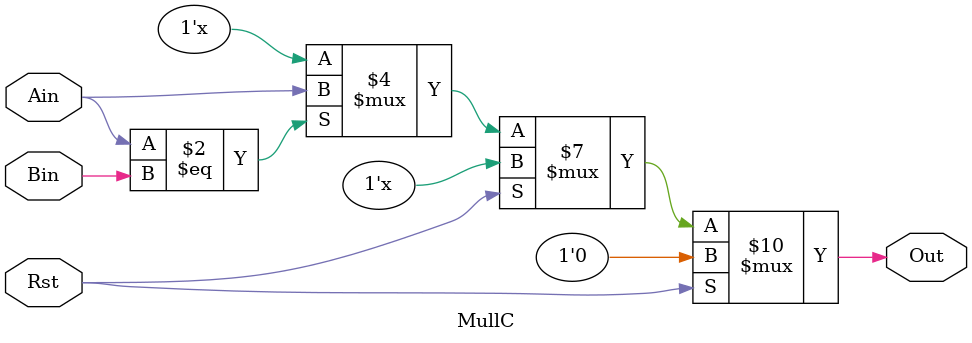
<source format=v>
`timescale 1ns/1ps

module MullC (
    output  reg     Out, 
    input           Ain,
    input           Bin,
    input           Rst
    );


always @(*) begin
    if(Rst)
        Out = 0;
    else if(Ain == Bin)
        Out = Ain;
end

endmodule

</source>
